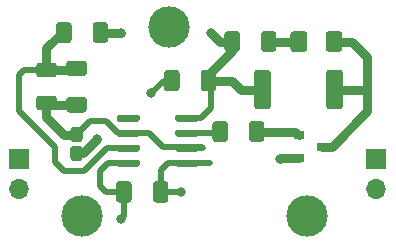
<source format=gbr>
%TF.GenerationSoftware,KiCad,Pcbnew,5.1.10-88a1d61d58~89~ubuntu20.04.1*%
%TF.CreationDate,2021-12-18T07:17:50+01:00*%
%TF.ProjectId,PowerBankAlwaysActive,506f7765-7242-4616-9e6b-416c77617973,rev?*%
%TF.SameCoordinates,Original*%
%TF.FileFunction,Copper,L1,Top*%
%TF.FilePolarity,Positive*%
%FSLAX46Y46*%
G04 Gerber Fmt 4.6, Leading zero omitted, Abs format (unit mm)*
G04 Created by KiCad (PCBNEW 5.1.10-88a1d61d58~89~ubuntu20.04.1) date 2021-12-18 07:17:50*
%MOMM*%
%LPD*%
G01*
G04 APERTURE LIST*
%TA.AperFunction,SMDPad,CuDef*%
%ADD10R,0.900000X0.800000*%
%TD*%
%TA.AperFunction,ComponentPad*%
%ADD11R,1.700000X1.700000*%
%TD*%
%TA.AperFunction,ComponentPad*%
%ADD12O,1.700000X1.700000*%
%TD*%
%TA.AperFunction,ComponentPad*%
%ADD13C,2.600000*%
%TD*%
%TA.AperFunction,ConnectorPad*%
%ADD14C,3.500000*%
%TD*%
%TA.AperFunction,ViaPad*%
%ADD15C,0.800000*%
%TD*%
%TA.AperFunction,Conductor*%
%ADD16C,0.750000*%
%TD*%
%TA.AperFunction,Conductor*%
%ADD17C,0.500000*%
%TD*%
G04 APERTURE END LIST*
%TO.P,C1,1*%
%TO.N,/trig*%
%TA.AperFunction,SMDPad,CuDef*%
G36*
G01*
X29950999Y-33919000D02*
X30501001Y-33919000D01*
G75*
G02*
X30751000Y-34168999I0J-249999D01*
G01*
X30751000Y-34919001D01*
G75*
G02*
X30501001Y-35169000I-249999J0D01*
G01*
X29950999Y-35169000D01*
G75*
G02*
X29701000Y-34919001I0J249999D01*
G01*
X29701000Y-34168999D01*
G75*
G02*
X29950999Y-33919000I249999J0D01*
G01*
G37*
%TD.AperFunction*%
%TO.P,C1,2*%
%TO.N,GND*%
%TA.AperFunction,SMDPad,CuDef*%
G36*
G01*
X29950999Y-35519000D02*
X30501001Y-35519000D01*
G75*
G02*
X30751000Y-35768999I0J-249999D01*
G01*
X30751000Y-36519001D01*
G75*
G02*
X30501001Y-36769000I-249999J0D01*
G01*
X29950999Y-36769000D01*
G75*
G02*
X29701000Y-36519001I0J249999D01*
G01*
X29701000Y-35768999D01*
G75*
G02*
X29950999Y-35519000I249999J0D01*
G01*
G37*
%TD.AperFunction*%
%TD*%
%TO.P,C2,1*%
%TO.N,+5V*%
%TA.AperFunction,SMDPad,CuDef*%
G36*
G01*
X42081000Y-29321999D02*
X42081000Y-30622001D01*
G75*
G02*
X41831001Y-30872000I-249999J0D01*
G01*
X41005999Y-30872000D01*
G75*
G02*
X40756000Y-30622001I0J249999D01*
G01*
X40756000Y-29321999D01*
G75*
G02*
X41005999Y-29072000I249999J0D01*
G01*
X41831001Y-29072000D01*
G75*
G02*
X42081000Y-29321999I0J-249999D01*
G01*
G37*
%TD.AperFunction*%
%TO.P,C2,2*%
%TO.N,GND*%
%TA.AperFunction,SMDPad,CuDef*%
G36*
G01*
X38956000Y-29321999D02*
X38956000Y-30622001D01*
G75*
G02*
X38706001Y-30872000I-249999J0D01*
G01*
X37880999Y-30872000D01*
G75*
G02*
X37631000Y-30622001I0J249999D01*
G01*
X37631000Y-29321999D01*
G75*
G02*
X37880999Y-29072000I249999J0D01*
G01*
X38706001Y-29072000D01*
G75*
G02*
X38956000Y-29321999I0J-249999D01*
G01*
G37*
%TD.AperFunction*%
%TD*%
%TO.P,D1,1*%
%TO.N,/trig*%
%TA.AperFunction,SMDPad,CuDef*%
G36*
G01*
X28311000Y-32505000D02*
X27061000Y-32505000D01*
G75*
G02*
X26811000Y-32255000I0J250000D01*
G01*
X26811000Y-31505000D01*
G75*
G02*
X27061000Y-31255000I250000J0D01*
G01*
X28311000Y-31255000D01*
G75*
G02*
X28561000Y-31505000I0J-250000D01*
G01*
X28561000Y-32255000D01*
G75*
G02*
X28311000Y-32505000I-250000J0D01*
G01*
G37*
%TD.AperFunction*%
%TO.P,D1,2*%
%TO.N,Net-(D1-Pad2)*%
%TA.AperFunction,SMDPad,CuDef*%
G36*
G01*
X28311000Y-29705000D02*
X27061000Y-29705000D01*
G75*
G02*
X26811000Y-29455000I0J250000D01*
G01*
X26811000Y-28705000D01*
G75*
G02*
X27061000Y-28455000I250000J0D01*
G01*
X28311000Y-28455000D01*
G75*
G02*
X28561000Y-28705000I0J-250000D01*
G01*
X28561000Y-29455000D01*
G75*
G02*
X28311000Y-29705000I-250000J0D01*
G01*
G37*
%TD.AperFunction*%
%TD*%
%TO.P,D2,1*%
%TO.N,Net-(D2-Pad1)*%
%TA.AperFunction,SMDPad,CuDef*%
G36*
G01*
X52746000Y-26045000D02*
X52746000Y-27295000D01*
G75*
G02*
X52496000Y-27545000I-250000J0D01*
G01*
X51571000Y-27545000D01*
G75*
G02*
X51321000Y-27295000I0J250000D01*
G01*
X51321000Y-26045000D01*
G75*
G02*
X51571000Y-25795000I250000J0D01*
G01*
X52496000Y-25795000D01*
G75*
G02*
X52746000Y-26045000I0J-250000D01*
G01*
G37*
%TD.AperFunction*%
%TO.P,D2,2*%
%TO.N,Net-(D2-Pad2)*%
%TA.AperFunction,SMDPad,CuDef*%
G36*
G01*
X49771000Y-26045000D02*
X49771000Y-27295000D01*
G75*
G02*
X49521000Y-27545000I-250000J0D01*
G01*
X48596000Y-27545000D01*
G75*
G02*
X48346000Y-27295000I0J250000D01*
G01*
X48346000Y-26045000D01*
G75*
G02*
X48596000Y-25795000I250000J0D01*
G01*
X49521000Y-25795000D01*
G75*
G02*
X49771000Y-26045000I0J-250000D01*
G01*
G37*
%TD.AperFunction*%
%TD*%
D10*
%TO.P,Q1,1*%
%TO.N,Net-(Q1-Pad1)*%
X49038000Y-34610000D03*
%TO.P,Q1,2*%
%TO.N,GND*%
X49038000Y-36510000D03*
%TO.P,Q1,3*%
%TO.N,Net-(D2-Pad1)*%
X51038000Y-35560000D03*
%TD*%
%TO.P,R1,2*%
%TO.N,Net-(D1-Pad2)*%
%TA.AperFunction,SMDPad,CuDef*%
G36*
G01*
X29808000Y-25283000D02*
X29808000Y-26533000D01*
G75*
G02*
X29558000Y-26783000I-250000J0D01*
G01*
X28758000Y-26783000D01*
G75*
G02*
X28508000Y-26533000I0J250000D01*
G01*
X28508000Y-25283000D01*
G75*
G02*
X28758000Y-25033000I250000J0D01*
G01*
X29558000Y-25033000D01*
G75*
G02*
X29808000Y-25283000I0J-250000D01*
G01*
G37*
%TD.AperFunction*%
%TO.P,R1,1*%
%TO.N,+5V*%
%TA.AperFunction,SMDPad,CuDef*%
G36*
G01*
X32908000Y-25283000D02*
X32908000Y-26533000D01*
G75*
G02*
X32658000Y-26783000I-250000J0D01*
G01*
X31858000Y-26783000D01*
G75*
G02*
X31608000Y-26533000I0J250000D01*
G01*
X31608000Y-25283000D01*
G75*
G02*
X31858000Y-25033000I250000J0D01*
G01*
X32658000Y-25033000D01*
G75*
G02*
X32908000Y-25283000I0J-250000D01*
G01*
G37*
%TD.AperFunction*%
%TD*%
%TO.P,R2,1*%
%TO.N,Net-(D1-Pad2)*%
%TA.AperFunction,SMDPad,CuDef*%
G36*
G01*
X29601000Y-28280000D02*
X30851000Y-28280000D01*
G75*
G02*
X31101000Y-28530000I0J-250000D01*
G01*
X31101000Y-29330000D01*
G75*
G02*
X30851000Y-29580000I-250000J0D01*
G01*
X29601000Y-29580000D01*
G75*
G02*
X29351000Y-29330000I0J250000D01*
G01*
X29351000Y-28530000D01*
G75*
G02*
X29601000Y-28280000I250000J0D01*
G01*
G37*
%TD.AperFunction*%
%TO.P,R2,2*%
%TO.N,/trig*%
%TA.AperFunction,SMDPad,CuDef*%
G36*
G01*
X29601000Y-31380000D02*
X30851000Y-31380000D01*
G75*
G02*
X31101000Y-31630000I0J-250000D01*
G01*
X31101000Y-32430000D01*
G75*
G02*
X30851000Y-32680000I-250000J0D01*
G01*
X29601000Y-32680000D01*
G75*
G02*
X29351000Y-32430000I0J250000D01*
G01*
X29351000Y-31630000D01*
G75*
G02*
X29601000Y-31380000I250000J0D01*
G01*
G37*
%TD.AperFunction*%
%TD*%
%TO.P,R3,1*%
%TO.N,Net-(Q1-Pad1)*%
%TA.AperFunction,SMDPad,CuDef*%
G36*
G01*
X46142000Y-33665000D02*
X46142000Y-34915000D01*
G75*
G02*
X45892000Y-35165000I-250000J0D01*
G01*
X45092000Y-35165000D01*
G75*
G02*
X44842000Y-34915000I0J250000D01*
G01*
X44842000Y-33665000D01*
G75*
G02*
X45092000Y-33415000I250000J0D01*
G01*
X45892000Y-33415000D01*
G75*
G02*
X46142000Y-33665000I0J-250000D01*
G01*
G37*
%TD.AperFunction*%
%TO.P,R3,2*%
%TO.N,/output*%
%TA.AperFunction,SMDPad,CuDef*%
G36*
G01*
X43042000Y-33665000D02*
X43042000Y-34915000D01*
G75*
G02*
X42792000Y-35165000I-250000J0D01*
G01*
X41992000Y-35165000D01*
G75*
G02*
X41742000Y-34915000I0J250000D01*
G01*
X41742000Y-33665000D01*
G75*
G02*
X41992000Y-33415000I250000J0D01*
G01*
X42792000Y-33415000D01*
G75*
G02*
X43042000Y-33665000I0J-250000D01*
G01*
G37*
%TD.AperFunction*%
%TD*%
%TO.P,R4,1*%
%TO.N,Net-(D2-Pad1)*%
%TA.AperFunction,SMDPad,CuDef*%
G36*
G01*
X52772000Y-29308999D02*
X52772000Y-32159001D01*
G75*
G02*
X52522001Y-32409000I-249999J0D01*
G01*
X51621999Y-32409000D01*
G75*
G02*
X51372000Y-32159001I0J249999D01*
G01*
X51372000Y-29308999D01*
G75*
G02*
X51621999Y-29059000I249999J0D01*
G01*
X52522001Y-29059000D01*
G75*
G02*
X52772000Y-29308999I0J-249999D01*
G01*
G37*
%TD.AperFunction*%
%TO.P,R4,2*%
%TO.N,+5V*%
%TA.AperFunction,SMDPad,CuDef*%
G36*
G01*
X46672000Y-29308999D02*
X46672000Y-32159001D01*
G75*
G02*
X46422001Y-32409000I-249999J0D01*
G01*
X45521999Y-32409000D01*
G75*
G02*
X45272000Y-32159001I0J249999D01*
G01*
X45272000Y-29308999D01*
G75*
G02*
X45521999Y-29059000I249999J0D01*
G01*
X46422001Y-29059000D01*
G75*
G02*
X46672000Y-29308999I0J-249999D01*
G01*
G37*
%TD.AperFunction*%
%TD*%
%TO.P,R5,2*%
%TO.N,Net-(D2-Pad2)*%
%TA.AperFunction,SMDPad,CuDef*%
G36*
G01*
X45858000Y-27295000D02*
X45858000Y-26045000D01*
G75*
G02*
X46108000Y-25795000I250000J0D01*
G01*
X46908000Y-25795000D01*
G75*
G02*
X47158000Y-26045000I0J-250000D01*
G01*
X47158000Y-27295000D01*
G75*
G02*
X46908000Y-27545000I-250000J0D01*
G01*
X46108000Y-27545000D01*
G75*
G02*
X45858000Y-27295000I0J250000D01*
G01*
G37*
%TD.AperFunction*%
%TO.P,R5,1*%
%TO.N,+5V*%
%TA.AperFunction,SMDPad,CuDef*%
G36*
G01*
X42758000Y-27295000D02*
X42758000Y-26045000D01*
G75*
G02*
X43008000Y-25795000I250000J0D01*
G01*
X43808000Y-25795000D01*
G75*
G02*
X44058000Y-26045000I0J-250000D01*
G01*
X44058000Y-27295000D01*
G75*
G02*
X43808000Y-27545000I-250000J0D01*
G01*
X43008000Y-27545000D01*
G75*
G02*
X42758000Y-27295000I0J250000D01*
G01*
G37*
%TD.AperFunction*%
%TD*%
%TO.P,U1,1*%
%TO.N,GND*%
%TA.AperFunction,SMDPad,CuDef*%
G36*
G01*
X40534000Y-36807000D02*
X40534000Y-37107000D01*
G75*
G02*
X40384000Y-37257000I-150000J0D01*
G01*
X38734000Y-37257000D01*
G75*
G02*
X38584000Y-37107000I0J150000D01*
G01*
X38584000Y-36807000D01*
G75*
G02*
X38734000Y-36657000I150000J0D01*
G01*
X40384000Y-36657000D01*
G75*
G02*
X40534000Y-36807000I0J-150000D01*
G01*
G37*
%TD.AperFunction*%
%TO.P,U1,2*%
%TO.N,/trig*%
%TA.AperFunction,SMDPad,CuDef*%
G36*
G01*
X40534000Y-35537000D02*
X40534000Y-35837000D01*
G75*
G02*
X40384000Y-35987000I-150000J0D01*
G01*
X38734000Y-35987000D01*
G75*
G02*
X38584000Y-35837000I0J150000D01*
G01*
X38584000Y-35537000D01*
G75*
G02*
X38734000Y-35387000I150000J0D01*
G01*
X40384000Y-35387000D01*
G75*
G02*
X40534000Y-35537000I0J-150000D01*
G01*
G37*
%TD.AperFunction*%
%TO.P,U1,3*%
%TO.N,/output*%
%TA.AperFunction,SMDPad,CuDef*%
G36*
G01*
X40534000Y-34267000D02*
X40534000Y-34567000D01*
G75*
G02*
X40384000Y-34717000I-150000J0D01*
G01*
X38734000Y-34717000D01*
G75*
G02*
X38584000Y-34567000I0J150000D01*
G01*
X38584000Y-34267000D01*
G75*
G02*
X38734000Y-34117000I150000J0D01*
G01*
X40384000Y-34117000D01*
G75*
G02*
X40534000Y-34267000I0J-150000D01*
G01*
G37*
%TD.AperFunction*%
%TO.P,U1,4*%
%TO.N,+5V*%
%TA.AperFunction,SMDPad,CuDef*%
G36*
G01*
X40534000Y-32997000D02*
X40534000Y-33297000D01*
G75*
G02*
X40384000Y-33447000I-150000J0D01*
G01*
X38734000Y-33447000D01*
G75*
G02*
X38584000Y-33297000I0J150000D01*
G01*
X38584000Y-32997000D01*
G75*
G02*
X38734000Y-32847000I150000J0D01*
G01*
X40384000Y-32847000D01*
G75*
G02*
X40534000Y-32997000I0J-150000D01*
G01*
G37*
%TD.AperFunction*%
%TO.P,U1,5*%
%TO.N,Net-(U1-Pad5)*%
%TA.AperFunction,SMDPad,CuDef*%
G36*
G01*
X35584000Y-32997000D02*
X35584000Y-33297000D01*
G75*
G02*
X35434000Y-33447000I-150000J0D01*
G01*
X33784000Y-33447000D01*
G75*
G02*
X33634000Y-33297000I0J150000D01*
G01*
X33634000Y-32997000D01*
G75*
G02*
X33784000Y-32847000I150000J0D01*
G01*
X35434000Y-32847000D01*
G75*
G02*
X35584000Y-32997000I0J-150000D01*
G01*
G37*
%TD.AperFunction*%
%TO.P,U1,6*%
%TO.N,/trig*%
%TA.AperFunction,SMDPad,CuDef*%
G36*
G01*
X35584000Y-34267000D02*
X35584000Y-34567000D01*
G75*
G02*
X35434000Y-34717000I-150000J0D01*
G01*
X33784000Y-34717000D01*
G75*
G02*
X33634000Y-34567000I0J150000D01*
G01*
X33634000Y-34267000D01*
G75*
G02*
X33784000Y-34117000I150000J0D01*
G01*
X35434000Y-34117000D01*
G75*
G02*
X35584000Y-34267000I0J-150000D01*
G01*
G37*
%TD.AperFunction*%
%TO.P,U1,7*%
%TO.N,Net-(D1-Pad2)*%
%TA.AperFunction,SMDPad,CuDef*%
G36*
G01*
X35584000Y-35537000D02*
X35584000Y-35837000D01*
G75*
G02*
X35434000Y-35987000I-150000J0D01*
G01*
X33784000Y-35987000D01*
G75*
G02*
X33634000Y-35837000I0J150000D01*
G01*
X33634000Y-35537000D01*
G75*
G02*
X33784000Y-35387000I150000J0D01*
G01*
X35434000Y-35387000D01*
G75*
G02*
X35584000Y-35537000I0J-150000D01*
G01*
G37*
%TD.AperFunction*%
%TO.P,U1,8*%
%TO.N,+5V*%
%TA.AperFunction,SMDPad,CuDef*%
G36*
G01*
X35584000Y-36807000D02*
X35584000Y-37107000D01*
G75*
G02*
X35434000Y-37257000I-150000J0D01*
G01*
X33784000Y-37257000D01*
G75*
G02*
X33634000Y-37107000I0J150000D01*
G01*
X33634000Y-36807000D01*
G75*
G02*
X33784000Y-36657000I150000J0D01*
G01*
X35434000Y-36657000D01*
G75*
G02*
X35584000Y-36807000I0J-150000D01*
G01*
G37*
%TD.AperFunction*%
%TD*%
D11*
%TO.P,J1,1*%
%TO.N,+5V*%
X25400000Y-36576000D03*
D12*
%TO.P,J1,2*%
%TO.N,GND*%
X25400000Y-39116000D03*
%TD*%
%TO.P,J2,2*%
%TO.N,GND*%
X55626000Y-39116000D03*
D11*
%TO.P,J2,1*%
%TO.N,+5V*%
X55626000Y-36576000D03*
%TD*%
D13*
%TO.P,H1,1*%
%TO.N,N/C*%
X30734000Y-41402000D03*
D14*
X30734000Y-41402000D03*
%TD*%
%TO.P,H2,1*%
%TO.N,N/C*%
X49784000Y-41402000D03*
D13*
X49784000Y-41402000D03*
%TD*%
%TO.P,H3,1*%
%TO.N,N/C*%
X38100000Y-25400000D03*
D14*
X38100000Y-25400000D03*
%TD*%
%TO.P,C3,1*%
%TO.N,+5V*%
%TA.AperFunction,SMDPad,CuDef*%
G36*
G01*
X33567000Y-40052001D02*
X33567000Y-38751999D01*
G75*
G02*
X33816999Y-38502000I249999J0D01*
G01*
X34642001Y-38502000D01*
G75*
G02*
X34892000Y-38751999I0J-249999D01*
G01*
X34892000Y-40052001D01*
G75*
G02*
X34642001Y-40302000I-249999J0D01*
G01*
X33816999Y-40302000D01*
G75*
G02*
X33567000Y-40052001I0J249999D01*
G01*
G37*
%TD.AperFunction*%
%TO.P,C3,2*%
%TO.N,GND*%
%TA.AperFunction,SMDPad,CuDef*%
G36*
G01*
X36692000Y-40052001D02*
X36692000Y-38751999D01*
G75*
G02*
X36941999Y-38502000I249999J0D01*
G01*
X37767001Y-38502000D01*
G75*
G02*
X38017000Y-38751999I0J-249999D01*
G01*
X38017000Y-40052001D01*
G75*
G02*
X37767001Y-40302000I-249999J0D01*
G01*
X36941999Y-40302000D01*
G75*
G02*
X36692000Y-40052001I0J249999D01*
G01*
G37*
%TD.AperFunction*%
%TD*%
D15*
%TO.N,GND*%
X36554000Y-31020000D03*
X47476000Y-36608000D03*
X39094000Y-39402000D03*
X31982000Y-34912998D03*
%TO.N,+5V*%
X34014000Y-25940000D03*
X41634000Y-25940000D03*
X34014000Y-41688000D03*
%TD*%
D16*
%TO.N,/trig*%
X27686000Y-31880000D02*
X27686000Y-33074000D01*
X29156000Y-34544000D02*
X30226000Y-34544000D01*
X27686000Y-33074000D02*
X29156000Y-34544000D01*
X27836000Y-32030000D02*
X27686000Y-31880000D01*
X30226000Y-32030000D02*
X27836000Y-32030000D01*
D17*
X33737004Y-34417000D02*
X32692002Y-33371998D01*
X34609000Y-34417000D02*
X33737004Y-34417000D01*
X32692002Y-33371998D02*
X31398002Y-33371998D01*
X31398002Y-33371998D02*
X30226000Y-34544000D01*
X39559000Y-35687000D02*
X40967000Y-35687000D01*
X40967000Y-35687000D02*
X40872000Y-35592000D01*
X40872000Y-35592000D02*
X37570000Y-35592000D01*
X36395000Y-34417000D02*
X34609000Y-34417000D01*
X37570000Y-35592000D02*
X36395000Y-34417000D01*
%TO.N,GND*%
X37602000Y-29972000D02*
X36554000Y-31020000D01*
X38293500Y-29972000D02*
X37602000Y-29972000D01*
D16*
X47574000Y-36510000D02*
X47476000Y-36608000D01*
X49038000Y-36510000D02*
X47574000Y-36510000D01*
D17*
X37354500Y-39402000D02*
X39094000Y-39402000D01*
X39559000Y-36957000D02*
X37983000Y-36957000D01*
X37354500Y-37585500D02*
X37354500Y-39402000D01*
X37983000Y-36957000D02*
X37354500Y-37585500D01*
X41539000Y-36957000D02*
X39559000Y-36957000D01*
D16*
X30226000Y-36144000D02*
X30750998Y-36144000D01*
X30750998Y-36144000D02*
X31982000Y-34912998D01*
%TO.N,+5V*%
X33982000Y-25908000D02*
X34014000Y-25940000D01*
X32258000Y-25908000D02*
X33982000Y-25908000D01*
D17*
X39559000Y-33147000D02*
X40777000Y-33147000D01*
X40777000Y-33147000D02*
X41634000Y-32290000D01*
X41418500Y-29972000D02*
X41418500Y-30042500D01*
X41634000Y-30258000D02*
X41634000Y-32290000D01*
X41418500Y-30042500D02*
X41634000Y-30258000D01*
D16*
X42364000Y-26670000D02*
X41634000Y-25940000D01*
X43408000Y-26670000D02*
X42364000Y-26670000D01*
D17*
X34229500Y-41472500D02*
X34014000Y-41688000D01*
X34229500Y-39402000D02*
X34229500Y-41472500D01*
X32903000Y-36957000D02*
X34609000Y-36957000D01*
X32236000Y-37624000D02*
X32903000Y-36957000D01*
X32236000Y-38894000D02*
X32236000Y-37624000D01*
X32744000Y-39402000D02*
X32236000Y-38894000D01*
X34229500Y-39402000D02*
X32744000Y-39402000D01*
D16*
X41418500Y-29972000D02*
X43380000Y-29972000D01*
X44142000Y-30734000D02*
X45972000Y-30734000D01*
X43380000Y-29972000D02*
X44142000Y-30734000D01*
X43408000Y-27468000D02*
X43408000Y-26670000D01*
X41418500Y-29457500D02*
X43408000Y-27468000D01*
X41418500Y-29972000D02*
X41418500Y-29457500D01*
%TO.N,Net-(D1-Pad2)*%
X29158000Y-25908000D02*
X28966000Y-25908000D01*
X27686000Y-27188000D02*
X27686000Y-29080000D01*
X28966000Y-25908000D02*
X27686000Y-27188000D01*
X30076000Y-29080000D02*
X30226000Y-28930000D01*
X27686000Y-29080000D02*
X30076000Y-29080000D01*
D17*
X25794000Y-29080000D02*
X27686000Y-29080000D01*
X25378000Y-32544000D02*
X25378000Y-29496000D01*
X28426000Y-36862000D02*
X28426000Y-35592000D01*
X28426000Y-35592000D02*
X25378000Y-32544000D01*
X29188000Y-37624000D02*
X28426000Y-36862000D01*
X25378000Y-29496000D02*
X25794000Y-29080000D01*
X30848004Y-37624000D02*
X29188000Y-37624000D01*
X32785004Y-35687000D02*
X30848004Y-37624000D01*
X34609000Y-35687000D02*
X32785004Y-35687000D01*
D16*
%TO.N,Net-(D2-Pad1)*%
X52033500Y-26670000D02*
X53540000Y-26670000D01*
X53540000Y-26670000D02*
X54842000Y-27972000D01*
X51826000Y-35560000D02*
X51038000Y-35560000D01*
X54842000Y-32544000D02*
X51826000Y-35560000D01*
X54810000Y-30734000D02*
X54842000Y-30766000D01*
X52072000Y-30734000D02*
X54810000Y-30734000D01*
X54842000Y-30766000D02*
X54842000Y-32544000D01*
X54842000Y-27972000D02*
X54842000Y-30766000D01*
%TO.N,Net-(D2-Pad2)*%
X46508000Y-26670000D02*
X49058500Y-26670000D01*
%TO.N,Net-(Q1-Pad1)*%
X48718000Y-34290000D02*
X49038000Y-34610000D01*
X45492000Y-34290000D02*
X48718000Y-34290000D01*
D17*
%TO.N,/output*%
X42265000Y-34417000D02*
X42392000Y-34290000D01*
X39559000Y-34417000D02*
X42265000Y-34417000D01*
%TD*%
M02*

</source>
